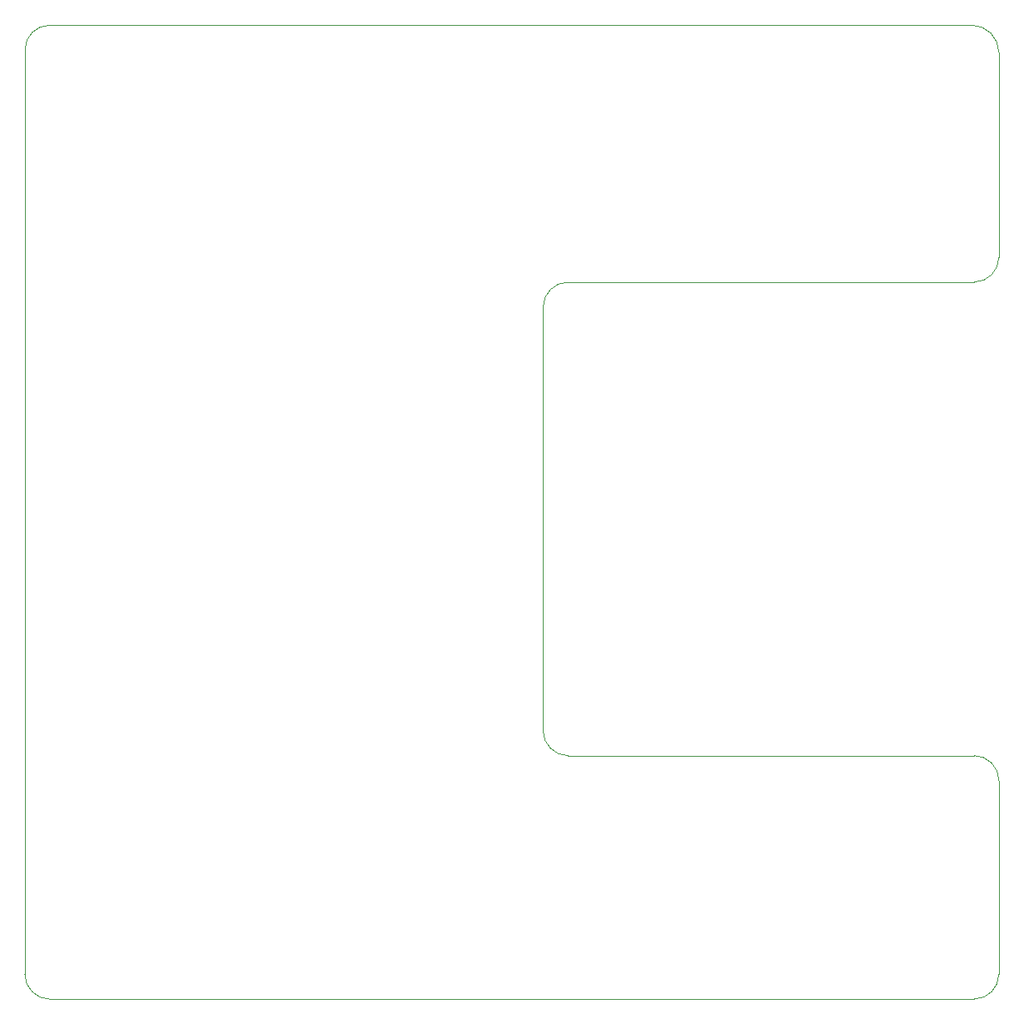
<source format=gbr>
%TF.GenerationSoftware,KiCad,Pcbnew,6.0.7-f9a2dced07~116~ubuntu20.04.1*%
%TF.CreationDate,2022-10-31T14:43:35+01:00*%
%TF.ProjectId,av_citynode_hw,61765f63-6974-4796-9e6f-64655f68772e,rev?*%
%TF.SameCoordinates,Original*%
%TF.FileFunction,Profile,NP*%
%FSLAX46Y46*%
G04 Gerber Fmt 4.6, Leading zero omitted, Abs format (unit mm)*
G04 Created by KiCad (PCBNEW 6.0.7-f9a2dced07~116~ubuntu20.04.1) date 2022-10-31 14:43:35*
%MOMM*%
%LPD*%
G01*
G04 APERTURE LIST*
%TA.AperFunction,Profile*%
%ADD10C,0.100000*%
%TD*%
G04 APERTURE END LIST*
D10*
X206756000Y-245999000D02*
G75*
G03*
X204216000Y-243459000I-2540000J0D01*
G01*
X162941000Y-243459000D02*
X204216000Y-243459000D01*
X204216000Y-268224000D02*
G75*
G03*
X206756000Y-265684000I0J2540000D01*
G01*
X110236000Y-268224000D02*
X204216000Y-268224000D01*
X203962000Y-169164000D02*
X110236000Y-169164000D01*
X206756000Y-171958000D02*
X206756000Y-192767949D01*
X107696000Y-171704000D02*
X107696000Y-265684000D01*
X162941000Y-195308000D02*
G75*
G03*
X160401000Y-197847949I-100J-2539900D01*
G01*
X160401000Y-240919000D02*
G75*
G03*
X162941000Y-243459000I2540000J0D01*
G01*
X206756000Y-245999000D02*
X206756000Y-265684000D01*
X206756000Y-171958000D02*
G75*
G03*
X203962000Y-169164000I-2794000J0D01*
G01*
X107696000Y-265684000D02*
G75*
G03*
X110236000Y-268224000I2540000J0D01*
G01*
X110236000Y-169164000D02*
G75*
G03*
X107696000Y-171704000I0J-2540000D01*
G01*
X160401000Y-197847949D02*
X160401000Y-240919000D01*
X204216000Y-195308000D02*
G75*
G03*
X206756000Y-192767949I-100J2540100D01*
G01*
X204216000Y-195307949D02*
X162941000Y-195307949D01*
M02*

</source>
